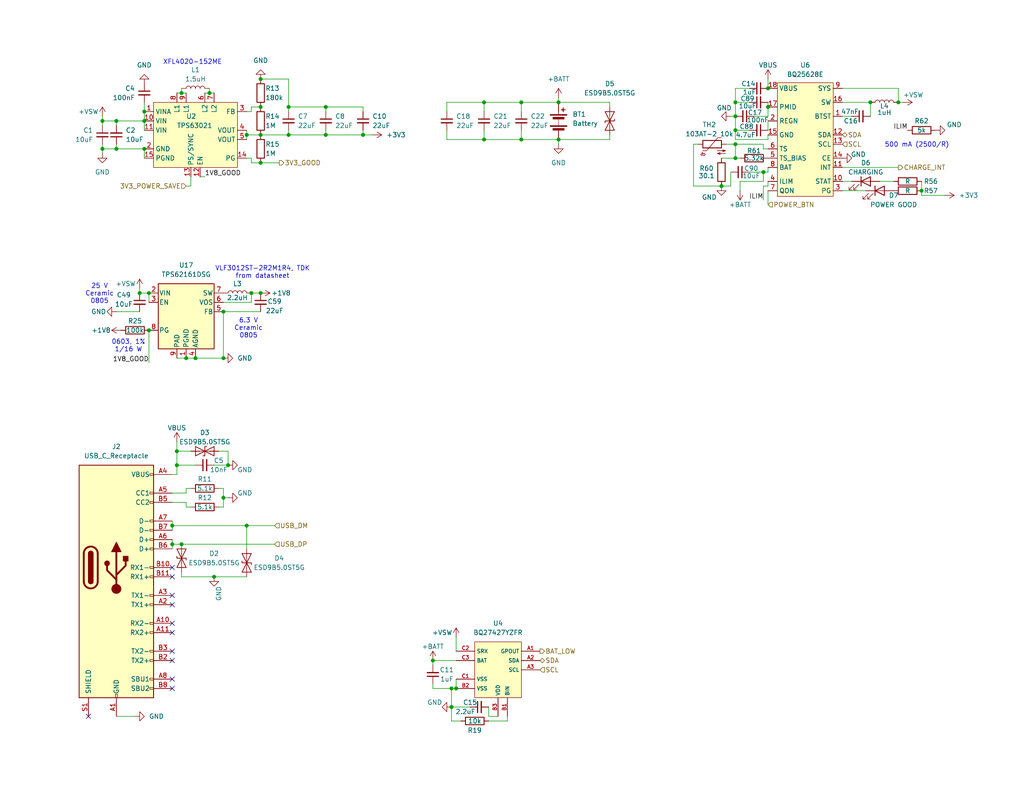
<source format=kicad_sch>
(kicad_sch (version 20250114) (generator "eeschema") (generator_version "9.0")
  (paper "USLetter")
  (lib_symbols
    (symbol "Connector:USB_C_Receptacle" (pin_names (offset 1.016))
      (property "Reference" "J4" (at 0 33.02 0))
      (property "Value" "USB_C_Receptacle" (at 0 30.48 0))
      (symbol "USB_C_Receptacle_0_0"
        (rectangle (start -0.254 -35.56) (end 0.254 -34.544))
        (rectangle (start 10.16 25.654) (end 9.144 25.146))
        (rectangle (start 10.16 20.574) (end 9.144 20.066))
        (rectangle (start 10.16 18.034) (end 9.144 17.526))
        (rectangle (start 10.16 12.954) (end 9.144 12.446))
        (rectangle (start 10.16 10.414) (end 9.144 9.906))
        (rectangle (start 10.16 7.874) (end 9.144 7.366))
        (rectangle (start 10.16 5.334) (end 9.144 4.826))
        (rectangle (start 10.16 0.254) (end 9.144 -0.254))
        (rectangle (start 10.16 -2.286) (end 9.144 -2.794))
        (rectangle (start 10.16 -7.366) (end 9.144 -7.874))
        (rectangle (start 10.16 -9.906) (end 9.144 -10.414))
        (rectangle (start 10.16 -14.986) (end 9.144 -15.494))
        (rectangle (start 10.16 -17.526) (end 9.144 -18.034))
        (rectangle (start 10.16 -22.606) (end 9.144 -23.114))
        (rectangle (start 10.16 -25.146) (end 9.144 -25.654))
        (rectangle (start 10.16 -30.226) (end 9.144 -30.734))
        (rectangle (start 10.16 -32.766) (end 9.144 -33.274))
      )
      (symbol "USB_C_Receptacle_0_1"
        (rectangle (start -10.16 27.94) (end 10.16 -35.56) (stroke (width 0.254)) (fill (type background)))
        (polyline (pts (xy -8.89 -3.81) (xy -8.89 3.81)) (stroke (width 0.508)))
        (rectangle (start -7.62 -3.81) (end -6.35 3.81) (stroke (width 0.254)) (fill (type outline)))
        (arc (start -7.62 3.81) (mid -6.985 4.4423) (end -6.35 3.81) (stroke (width 0.254)))
        (arc (start -7.62 3.81) (mid -6.985 4.4423) (end -6.35 3.81) (stroke (width 0.254)) (fill (type outline)))
        (arc (start -8.89 3.81) (mid -6.985 5.7067) (end -5.08 3.81) (stroke (width 0.508)))
        (arc (start -5.08 -3.81) (mid -6.985 -5.7067) (end -8.89 -3.81) (stroke (width 0.508)))
        (arc (start -6.35 -3.81) (mid -6.985 -4.4423) (end -7.62 -3.81) (stroke (width 0.254)))
        (arc (start -6.35 -3.81) (mid -6.985 -4.4423) (end -7.62 -3.81) (stroke (width 0.254)) (fill (type outline)))
        (polyline (pts (xy -5.08 3.81) (xy -5.08 -3.81)) (stroke (width 0.508)))
      )
      (symbol "USB_C_Receptacle_1_1"
        (circle (center -2.54 1.143) (radius 0.635) (stroke (width 0.254)) (fill (type outline)))
        (polyline (pts (xy -1.27 4.318) (xy 0 6.858) (xy 1.27 4.318) (xy -1.27 4.318)) (stroke (width 0.254)) (fill (type outline)))
        (polyline (pts (xy 0 -2.032) (xy 2.54 0.508) (xy 2.54 1.778)) (stroke (width 0.508)))
        (polyline (pts (xy 0 -3.302) (xy -2.54 -0.762) (xy -2.54 0.508)) (stroke (width 0.508)))
        (polyline (pts (xy 0 -5.842) (xy 0 4.318)) (stroke (width 0.508)))
        (circle (center 0 -5.842) (radius 1.27) (fill (type outline)))
        (rectangle (start 1.905 1.778) (end 3.175 3.048) (stroke (width 0.254)) (fill (type outline)))
        (pin passive line (at -7.62 -40.64 90) (length 5.08) (name "SHIELD") (number "S1"))
        (pin passive line (at 0 -40.64 90) (length 5.08) (name "GND") (number "A1"))
        (pin passive line (at 0 -40.64 90) (length 5.08) (hide yes) (name "GND") (number "A12"))
        (pin passive line (at 0 -40.64 90) (length 5.08) (hide yes) (name "GND") (number "B1"))
        (pin passive line (at 0 -40.64 90) (length 5.08) (hide yes) (name "GND") (number "B12"))
        (pin passive line (at 15.24 25.4 180) (length 5.08) (name "VBUS") (number "A4"))
        (pin passive line (at 15.24 25.4 180) (length 5.08) (hide yes) (name "VBUS") (number "A9"))
        (pin passive line (at 15.24 25.4 180) (length 5.08) (hide yes) (name "VBUS") (number "B4"))
        (pin passive line (at 15.24 25.4 180) (length 5.08) (hide yes) (name "VBUS") (number "B9"))
        (pin bidirectional line (at 15.24 20.32 180) (length 5.08) (name "CC1") (number "A5"))
        (pin bidirectional line (at 15.24 17.78 180) (length 5.08) (name "CC2") (number "B5"))
        (pin bidirectional line (at 15.24 12.7 180) (length 5.08) (name "D-") (number "A7"))
        (pin bidirectional line (at 15.24 10.16 180) (length 5.08) (name "D-") (number "B7"))
        (pin bidirectional line (at 15.24 7.62 180) (length 5.08) (name "D+") (number "A6"))
        (pin bidirectional line (at 15.24 5.08 180) (length 5.08) (name "D+") (number "B6"))
        (pin bidirectional line (at 15.24 0 180) (length 5.08) (name "RX1-") (number "B10"))
        (pin bidirectional line (at 15.24 -2.54 180) (length 5.08) (name "RX1+") (number "B11"))
        (pin bidirectional line (at 15.24 -7.62 180) (length 5.08) (name "TX1-") (number "A3"))
        (pin bidirectional line (at 15.24 -10.16 180) (length 5.08) (name "TX1+") (number "A2"))
        (pin bidirectional line (at 15.24 -15.24 180) (length 5.08) (name "RX2-") (number "A10"))
        (pin bidirectional line (at 15.24 -17.78 180) (length 5.08) (name "RX2+") (number "A11"))
        (pin bidirectional line (at 15.24 -22.86 180) (length 5.08) (name "TX2-") (number "B3"))
        (pin bidirectional line (at 15.24 -25.4 180) (length 5.08) (name "TX2+") (number "B2"))
        (pin bidirectional line (at 15.24 -30.48 180) (length 5.08) (name "SBU1") (number "A8"))
        (pin bidirectional line (at 15.24 -33.02 180) (length 5.08) (name "SBU2") (number "B8"))
      )
    )
    (symbol "Device:Battery" (pin_numbers (hide yes)) (pin_names (offset 0) (hide yes))
      (property "Reference" "BT" (at 2.54 2.54 0))
      (property "Value" "Battery" (at 2.54 0 0))
      (symbol "Battery_0_1"
        (rectangle (start -2.286 1.778) (end 2.286 1.524) (fill (type outline)))
        (rectangle (start -2.286 -1.27) (end 2.286 -1.524) (fill (type outline)))
        (rectangle (start -1.524 1.016) (end 1.524 0.508) (fill (type outline)))
        (rectangle (start -1.524 -2.032) (end 1.524 -2.54) (fill (type outline)))
        (polyline (pts (xy 0 1.778) (xy 0 2.54)))
        (polyline (pts (xy 0 0) (xy 0 0.254)))
        (polyline (pts (xy 0 -0.508) (xy 0 -0.254)))
        (polyline (pts (xy 0 -1.016) (xy 0 -0.762)))
        (polyline (pts (xy 0.762 3.048) (xy 1.778 3.048)) (stroke (width 0.254)))
        (polyline (pts (xy 1.27 3.556) (xy 1.27 2.54)) (stroke (width 0.254)))
      )
      (symbol "Battery_1_1"
        (pin passive line (at 0 5.08 270) (length 2.54) (name "+") (number "1"))
        (pin passive line (at 0 -5.08 90) (length 2.54) (name "-") (number "2"))
      )
    )
    (symbol "Device:C_Small" (pin_numbers (hide yes)) (pin_names (offset 0.254) (hide yes))
      (property "Reference" "C" (at 0.254 1.778 0))
      (property "Value" "C_Small" (at 0.254 -2.032 0))
      (symbol "C_Small_0_1"
        (polyline (pts (xy -1.524 0.508) (xy 1.524 0.508)) (stroke (width 0.3048)))
        (polyline (pts (xy -1.524 -0.508) (xy 1.524 -0.508)) (stroke (width 0.3302)))
      )
      (symbol "C_Small_1_1"
        (pin passive line (at 0 2.54 270) (length 2.032) (name "~") (number "1"))
        (pin passive line (at 0 -2.54 90) (length 2.032) (name "~") (number "2"))
      )
    )
    (symbol "Device:L" (pin_numbers (hide yes)) (pin_names (offset 1.016) (hide yes))
      (property "Reference" "L" (at -1.27 0 90))
      (property "Value" "L" (at 1.905 0 90))
      (symbol "L_0_1"
        (arc (start 0 2.54) (mid 0.6323 1.905) (end 0 1.27))
        (arc (start 0 1.27) (mid 0.6323 0.635) (end 0 0))
        (arc (start 0 0) (mid 0.6323 -0.635) (end 0 -1.27))
        (arc (start 0 -1.27) (mid 0.6323 -1.905) (end 0 -2.54))
      )
      (symbol "L_1_1"
        (pin passive line (at 0 3.81 270) (length 1.27) (name "1") (number "1"))
        (pin passive line (at 0 -3.81 90) (length 1.27) (name "2") (number "2"))
      )
    )
    (symbol "Device:LED" (pin_numbers (hide yes)) (pin_names (offset 1.016) (hide yes))
      (property "Reference" "D" (at 0 2.54 0))
      (property "Value" "LED" (at 0 -2.54 0))
      (symbol "LED_0_1"
        (polyline (pts (xy -3.048 -0.762) (xy -4.572 -2.286) (xy -3.81 -2.286) (xy -4.572 -2.286) (xy -4.572 -1.524)))
        (polyline (pts (xy -1.778 -0.762) (xy -3.302 -2.286) (xy -2.54 -2.286) (xy -3.302 -2.286) (xy -3.302 -1.524)))
        (polyline (pts (xy -1.27 0) (xy 1.27 0)))
        (polyline (pts (xy -1.27 -1.27) (xy -1.27 1.27)) (stroke (width 0.254)))
        (polyline (pts (xy 1.27 -1.27) (xy 1.27 1.27) (xy -1.27 0) (xy 1.27 -1.27)) (stroke (width 0.254)))
      )
      (symbol "LED_1_1"
        (pin passive line (at -3.81 0 0) (length 2.54) (name "K") (number "1"))
        (pin passive line (at 3.81 0 180) (length 2.54) (name "A") (number "2"))
      )
    )
    (symbol "Device:R" (pin_numbers (hide yes)) (pin_names (offset 0))
      (property "Reference" "R" (at 2.032 0 90))
      (property "Value" "R" (at 0 0 90))
      (symbol "R_0_1"
        (rectangle (start -1.016 -2.54) (end 1.016 2.54) (stroke (width 0.254)))
      )
      (symbol "R_1_1"
        (pin passive line (at 0 3.81 270) (length 1.27) (name "~") (number "1"))
        (pin passive line (at 0 -3.81 90) (length 1.27) (name "~") (number "2"))
      )
    )
    (symbol "Device:Thermistor_NTC" (pin_numbers (hide yes)) (pin_names (offset 0))
      (property "Reference" "TH" (at -4.445 0 90))
      (property "Value" "Thermistor_NTC" (at 3.175 0 90))
      (symbol "Thermistor_NTC_0_1"
        (arc (start -3.175 2.413) (mid -3.0506 2.3165) (end -3.048 2.159))
        (arc (start -3.048 2.794) (mid -2.9736 2.9736) (end -2.794 3.048))
        (arc (start -2.794 3.048) (mid -2.6144 2.9736) (end -2.54 2.794))
        (arc (start -2.794 2.54) (mid -2.9736 2.6144) (end -3.048 2.794))
        (arc (start -2.794 1.905) (mid -2.9736 1.9794) (end -3.048 2.159))
        (arc (start -2.54 2.159) (mid -2.6144 1.9794) (end -2.794 1.905))
        (arc (start -2.159 2.794) (mid -2.434 2.5608) (end -2.794 2.54))
        (polyline (pts (xy -2.54 2.159) (xy -2.54 2.794)))
        (polyline (pts (xy -2.54 -3.683) (xy -2.54 -1.397) (xy -2.794 -2.159) (xy -2.286 -2.159) (xy -2.54 -1.397) (xy -2.54 -1.651)) (fill (type outline)))
        (polyline (pts (xy -1.778 2.54) (xy -1.778 1.524) (xy 1.778 -1.524) (xy 1.778 -2.54)))
        (polyline (pts (xy -1.778 -1.397) (xy -1.778 -3.683) (xy -2.032 -2.921) (xy -1.524 -2.921) (xy -1.778 -3.683) (xy -1.778 -3.429)) (fill (type outline)))
        (rectangle (start -1.016 2.54) (end 1.016 -2.54) (stroke (width 0.254)))
      )
      (symbol "Thermistor_NTC_1_1"
        (pin passive line (at 0 3.81 270) (length 1.27) (name "~") (number "1"))
        (pin passive line (at 0 -3.81 90) (length 1.27) (name "~") (number "2"))
      )
    )
    (symbol "Diode:ESD9B5.0ST5G" (pin_numbers (hide yes)) (pin_names (offset 1.016) (hide yes))
      (property "Reference" "D" (at 0 2.54 0))
      (property "Value" "ESD9B5.0ST5G" (at 0 -2.54 0))
      (symbol "ESD9B5.0ST5G_0_1"
        (polyline (pts (xy -2.54 -1.27) (xy 0 0) (xy -2.54 1.27) (xy -2.54 -1.27)) (stroke (width 0.2032)))
        (polyline (pts (xy 0.508 1.27) (xy 0 1.27) (xy 0 -1.27) (xy -0.508 -1.27)) (stroke (width 0.2032)))
        (polyline (pts (xy 1.27 0) (xy -1.27 0)))
        (polyline (pts (xy 2.54 1.27) (xy 2.54 -1.27) (xy 0 0) (xy 2.54 1.27)) (stroke (width 0.2032)))
      )
      (symbol "ESD9B5.0ST5G_1_1"
        (pin passive line (at -3.81 0 0) (length 2.54) (name "A1") (number "1"))
        (pin passive line (at 3.81 0 180) (length 2.54) (name "A2") (number "2"))
      )
    )
    (symbol "Regulator_Switching:TPS62161DSG" (pin_names (offset 0.254))
      (property "Reference" "U" (at -7.62 11.43 0))
      (property "Value" "TPS62161DSG" (at -1.27 11.43 0))
      (symbol "TPS62161DSG_0_1"
        (rectangle (start -7.62 10.16) (end 7.62 -7.62) (stroke (width 0.254)) (fill (type background)))
      )
      (symbol "TPS62161DSG_1_1"
        (pin power_in line (at -10.16 7.62 0) (length 2.54) (name "VIN") (number "2"))
        (pin input line (at -10.16 5.08 0) (length 2.54) (name "EN") (number "3"))
        (pin open_collector line (at -10.16 -2.54 0) (length 2.54) (name "PG") (number "8"))
        (pin power_in line (at -2.54 -10.16 90) (length 2.54) (name "PAD") (number "9"))
        (pin power_in line (at 0 -10.16 90) (length 2.54) (name "PGND") (number "1"))
        (pin power_in line (at 2.54 -10.16 90) (length 2.54) (name "AGND") (number "4"))
        (pin output line (at 10.16 7.62 180) (length 2.54) (name "SW") (number "7"))
        (pin input line (at 10.16 5.08 180) (length 2.54) (name "VOS") (number "6"))
        (pin input line (at 10.16 2.54 180) (length 2.54) (name "FB") (number "5"))
      )
    )
    (symbol "custom-lib:BQ25628E"
      (property "Reference" "U" (at 0 15.748 0))
      (property "Value" "BQ25628E" (at -3.81 11.43 0))
      (symbol "BQ25628E_1_1"
        (rectangle (start -7.62 15.494) (end 7.62 -15.494) (fill (type background)))
        (pin power_in line (at -10.16 13.97 0) (length 2.54) (name "VBUS") (number "18"))
        (pin power_out line (at -10.16 8.89 0) (length 2.54) (name "PMID") (number "17"))
        (pin power_out line (at -10.16 5.08 0) (length 2.54) (name "REGN") (number "2"))
        (pin power_out line (at -10.16 1.27 0) (length 2.54) (name "GND") (number "15"))
        (pin input line (at -10.16 -2.54 0) (length 2.54) (name "TS") (number "6"))
        (pin bidirectional line (at -10.16 -5.08 0) (length 2.54) (name "TS_BIAS") (number "5"))
        (pin power_out line (at -10.16 -7.62 0) (length 2.54) (name "BAT") (number "8"))
        (pin bidirectional line (at -10.16 -11.43 0) (length 2.54) (name "ILIM") (number "4"))
        (pin input line (at -10.16 -13.97 0) (length 2.54) (name "QON") (number "7"))
        (pin power_out line (at 10.16 13.97 180) (length 2.54) (name "SYS") (number "9"))
        (pin power_out line (at 10.16 10.16 180) (length 2.54) (name "SW") (number "16"))
        (pin power_in line (at 10.16 6.35 180) (length 2.54) (name "BTST") (number "1"))
        (pin bidirectional line (at 10.16 1.27 180) (length 2.54) (name "SDA") (number "12"))
        (pin input line (at 10.16 -1.27 180) (length 2.54) (name "SCL") (number "13"))
        (pin input line (at 10.16 -5.08 180) (length 2.54) (name "CE") (number "14"))
        (pin output line (at 10.16 -7.62 180) (length 2.54) (name "INT") (number "11"))
        (pin output line (at 10.16 -11.43 180) (length 2.54) (name "STAT") (number "10"))
        (pin output line (at 10.16 -13.97 180) (length 2.54) (name "PG") (number "3"))
      )
    )
    (symbol "custom-lib:BQ27427YZFR"
      (property "Reference" "U" (at 0 11.43 0))
      (property "Value" "BQ27427YZFR" (at 0 8.89 0))
      (symbol "BQ27427YZFR_0_0"
        (pin input line (at -11.43 5.08 0) (length 5.08) (name "SRX") (number "C2"))
        (pin input line (at -11.43 2.54 0) (length 5.08) (name "BAT") (number "C3"))
        (pin power_in line (at -11.43 -5.08 0) (length 5.08) (name "VSS") (number "B2"))
        (pin input line (at 2.54 -12.7 90) (length 5.08) (name "BIN") (number "B1"))
        (pin output line (at 11.43 5.08 180) (length 5.08) (name "GPOUT") (number "A1"))
        (pin bidirectional line (at 11.43 2.54 180) (length 5.08) (name "SDA") (number "A2"))
      )
      (symbol "BQ27427YZFR_1_0"
        (pin power_in line (at -11.43 -2.54 0) (length 5.08) (name "VSS") (number "C1"))
        (pin power_out line (at 0 -12.7 90) (length 5.08) (name "VDD") (number "B3"))
        (pin input line (at 11.43 0 180) (length 5.08) (name "SCL") (number "A3"))
      )
      (symbol "BQ27427YZFR_1_1"
        (rectangle (start -6.35 7.62) (end 6.35 -7.62) (fill (type background)))
      )
    )
    (symbol "custom-lib:TPS63021"
      (property "Reference" "U" (at 0 5.08 0))
      (property "Value" "TPS63021" (at 0 2.54 0))
      (symbol "TPS63021_1_1"
        (rectangle (start -11.43 8.89) (end 11.43 -8.89) (fill (type background)))
        (pin power_in line (at -13.97 6.35 0) (length 2.54) (name "VINA") (number "1"))
        (pin power_in line (at -13.97 3.81 0) (length 2.54) (name "VIN") (number "10"))
        (pin power_in line (at -13.97 1.27 0) (length 2.54) (name "VIN") (number "11"))
        (pin power_in line (at -13.97 -3.81 0) (length 2.54) (name "GND") (number "2"))
        (pin power_in line (at -13.97 -6.35 0) (length 2.54) (name "PGND") (number "15"))
        (pin passive line (at -5.08 11.43 270) (length 2.54) (name "L1") (number "8"))
        (pin passive line (at -2.54 11.43 270) (length 2.54) (name "L1") (number "9"))
        (pin input line (at -1.27 -11.43 90) (length 2.54) (name "PS/SYNC") (number "13"))
        (pin input line (at 1.27 -11.43 90) (length 2.54) (name "EN") (number "12"))
        (pin passive line (at 2.54 11.43 270) (length 2.54) (name "L2") (number "6"))
        (pin passive line (at 5.08 11.43 270) (length 2.54) (name "L2") (number "7"))
        (pin power_in line (at 13.97 6.35 180) (length 2.54) (name "FB") (number "3"))
        (pin power_out line (at 13.97 1.27 180) (length 2.54) (name "VOUT") (number "4"))
        (pin power_out line (at 13.97 -1.27 180) (length 2.54) (name "VOUT") (number "5"))
        (pin output line (at 13.97 -6.35 180) (length 2.54) (name "PG") (number "14"))
      )
    )
    (symbol "power:+1V8" (power) (pin_names (offset 0))
      (property "Value" "+1V8" (at 0 3.556 0))
      (symbol "+1V8_0_1"
        (polyline (pts (xy -0.762 1.27) (xy 0 2.54)))
        (polyline (pts (xy 0 2.54) (xy 0.762 1.27)))
        (polyline (pts (xy 0 0) (xy 0 2.54)))
      )
      (symbol "+1V8_1_1"
        (pin power_in line (at 0 0 90) (length 0) (hide yes) (name "+1V8") (number "1"))
      )
    )
    (symbol "power:+3V3" (power) (pin_names (offset 0))
      (property "Value" "+3V3" (at 0 3.556 0))
      (symbol "+3V3_0_1"
        (polyline (pts (xy -0.762 1.27) (xy 0 2.54)))
        (polyline (pts (xy 0 2.54) (xy 0.762 1.27)))
        (polyline (pts (xy 0 0) (xy 0 2.54)))
      )
      (symbol "+3V3_1_1"
        (pin power_in line (at 0 0 90) (length 0) (hide yes) (name "+3V3") (number "1"))
      )
    )
    (symbol "power:+BATT" (power) (pin_names (offset 0))
      (property "Value" "+BATT" (at 0 3.556 0))
      (symbol "+BATT_0_1"
        (polyline (pts (xy -0.762 1.27) (xy 0 2.54)))
        (polyline (pts (xy 0 2.54) (xy 0.762 1.27)))
        (polyline (pts (xy 0 0) (xy 0 2.54)))
      )
      (symbol "+BATT_1_1"
        (pin power_in line (at 0 0 90) (length 0) (hide yes) (name "+BATT") (number "1"))
      )
    )
    (symbol "power:+VSW" (power) (pin_names (offset 0))
      (property "Value" "+VSW" (at 0 3.556 0))
      (symbol "+VSW_0_1"
        (polyline (pts (xy -0.762 1.27) (xy 0 2.54)))
        (polyline (pts (xy 0 2.54) (xy 0.762 1.27)))
        (polyline (pts (xy 0 0) (xy 0 2.54)))
      )
      (symbol "+VSW_1_1"
        (pin power_in line (at 0 0 90) (length 0) (hide yes) (name "+VSW") (number "1"))
      )
    )
    (symbol "power:GND" (power) (pin_names (offset 0))
      (property "Value" "GND" (at 0 -3.81 0))
      (symbol "GND_0_1"
        (polyline (pts (xy 0 0) (xy 0 -1.27) (xy 1.27 -1.27) (xy 0 -2.54) (xy -1.27 -1.27) (xy 0 -1.27)))
      )
      (symbol "GND_1_1"
        (pin power_in line (at 0 0 270) (length 0) (hide yes) (name "GND") (number "1"))
      )
    )
    (symbol "power:VBUS" (power) (pin_names (offset 0))
      (property "Value" "VBUS" (at 0 3.81 0))
      (symbol "VBUS_0_1"
        (polyline (pts (xy -0.762 1.27) (xy 0 2.54)))
        (polyline (pts (xy 0 2.54) (xy 0.762 1.27)))
        (polyline (pts (xy 0 0) (xy 0 2.54)))
      )
      (symbol "VBUS_1_1"
        (pin power_in line (at 0 0 90) (length 0) (hide yes) (name "VBUS") (number "1"))
      )
    )
  )
  (text "25 V\nCeramic\n0805" (at 27.178 80.264 0) (effects (font (size 1.27 1.27))))
  (text "500 mA (2500/R)" (at 250.19 39.624 0) (effects (font (size 1.27 1.27))))
  (text "6.3 V\nCeramic\n0805" (at 67.818 89.662 0) (effects (font (size 1.27 1.27))))
  (text "0603, 1%\n1/16 W" (at 35.052 94.488 0) (effects (font (size 1.27 1.27))))
  (text "VLF3012ST-2R2M1R4, TDK\nfrom datasheet" (at 71.628 74.422 0) (effects (font (size 1.27 1.27))))
  (text "XFL4020-152ME" (at 44.45 17.78 0) (effects (font (size 1.27 1.27)) (justify left bottom)))
  (junction (at 196.85 50.8))
  (junction (at 60.96 85.09))
  (junction (at 46.99 143.51))
  (junction (at 208.28 46.99))
  (junction (at 152.4 27.94))
  (junction (at 40.64 90.17))
  (junction (at 200.66 31.75))
  (junction (at 237.49 27.94))
  (junction (at 58.42 157.48))
  (junction (at 67.31 143.51))
  (junction (at 39.37 33.02))
  (junction (at 60.96 135.89))
  (junction (at 60.96 97.79))
  (junction (at 132.08 27.94))
  (junction (at 124.46 187.96))
  (junction (at 118.11 180.34))
  (junction (at 209.55 24.13))
  (junction (at 71.12 29.21))
  (junction (at 88.9 36.83))
  (junction (at 62.23 127))
  (junction (at 123.19 187.96))
  (junction (at 67.31 36.83))
  (junction (at 49.53 148.59))
  (junction (at 245.11 27.94))
  (junction (at 53.34 97.79))
  (junction (at 57.15 25.4))
  (junction (at 68.58 80.01))
  (junction (at 27.94 40.64))
  (junction (at 38.1 80.01))
  (junction (at 200.66 27.94))
  (junction (at 31.75 33.02))
  (junction (at 50.8 97.79))
  (junction (at 142.24 38.1))
  (junction (at 152.4 38.1))
  (junction (at 251.46 52.07))
  (junction (at 71.12 80.01))
  (junction (at 200.66 39.37))
  (junction (at 200.66 35.56))
  (junction (at 132.08 38.1))
  (junction (at 40.64 80.01))
  (junction (at 71.12 44.45))
  (junction (at 123.19 193.04))
  (junction (at 27.94 33.02))
  (junction (at 48.26 127))
  (junction (at 78.74 29.21))
  (junction (at 39.37 30.48))
  (junction (at 209.55 29.21))
  (junction (at 142.24 27.94))
  (junction (at 31.75 40.64))
  (junction (at 71.12 21.59))
  (junction (at 88.9 29.21))
  (junction (at 49.53 25.4))
  (junction (at 48.26 123.19))
  (junction (at 200.66 43.18))
  (junction (at 78.74 36.83))
  (junction (at 46.99 148.59))
  (junction (at 39.37 40.64))
  (junction (at 99.06 36.83))
  (junction (at 71.12 36.83))
  (no_connect (at 46.99 187.96))
  (no_connect (at 46.99 170.18))
  (no_connect (at 46.99 157.48))
  (no_connect (at 46.99 154.94))
  (no_connect (at 46.99 172.72))
  (no_connect (at 46.99 165.1))
  (no_connect (at 24.13 195.58))
  (no_connect (at 46.99 162.56))
  (no_connect (at 46.99 185.42))
  (no_connect (at 46.99 177.8))
  (no_connect (at 46.99 180.34))
  (wire (pts (xy 39.37 40.64) (xy 39.37 43.18)))
  (wire (pts (xy 251.46 49.53) (xy 251.46 52.07)))
  (wire (pts (xy 46.99 142.24) (xy 46.99 143.51)))
  (wire (pts (xy 68.58 29.21) (xy 71.12 29.21)))
  (wire (pts (xy 166.37 27.94) (xy 166.37 29.21)))
  (wire (pts (xy 118.11 186.69) (xy 118.11 187.96)))
  (wire (pts (xy 67.31 36.83) (xy 71.12 36.83)))
  (wire (pts (xy 124.46 173.99) (xy 124.46 177.8)))
  (wire (pts (xy 200.66 38.1) (xy 200.66 35.56)))
  (wire (pts (xy 27.94 33.02) (xy 31.75 33.02)))
  (wire (pts (xy 132.08 38.1) (xy 142.24 38.1)))
  (wire (pts (xy 209.55 38.1) (xy 200.66 38.1)))
  (wire (pts (xy 88.9 29.21) (xy 88.9 30.48)))
  (wire (pts (xy 48.26 123.19) (xy 52.07 123.19)))
  (wire (pts (xy 204.47 46.99) (xy 208.28 46.99)))
  (wire (pts (xy 78.74 29.21) (xy 88.9 29.21)))
  (wire (pts (xy 27.94 31.75) (xy 27.94 33.02)))
  (wire (pts (xy 152.4 38.1) (xy 142.24 38.1)))
  (wire (pts (xy 49.53 148.59) (xy 74.93 148.59)))
  (wire (pts (xy 152.4 26.67) (xy 152.4 27.94)))
  (wire (pts (xy 121.92 35.56) (xy 121.92 38.1)))
  (wire (pts (xy 132.08 35.56) (xy 132.08 38.1)))
  (wire (pts (xy 38.1 80.01) (xy 40.64 80.01)))
  (wire (pts (xy 123.19 193.04) (xy 123.19 187.96)))
  (wire (pts (xy 240.03 49.53) (xy 243.84 49.53)))
  (wire (pts (xy 209.55 21.59) (xy 209.55 24.13)))
  (wire (pts (xy 166.37 36.83) (xy 166.37 38.1)))
  (wire (pts (xy 232.41 31.75) (xy 229.87 31.75)))
  (wire (pts (xy 88.9 36.83) (xy 78.74 36.83)))
  (wire (pts (xy 209.55 27.94) (xy 209.55 29.21)))
  (wire (pts (xy 209.55 50.8) (xy 208.28 50.8)))
  (wire (pts (xy 125.73 196.85) (xy 123.19 196.85)))
  (wire (pts (xy 189.23 50.8) (xy 196.85 50.8)))
  (wire (pts (xy 67.31 30.48) (xy 68.58 30.48)))
  (wire (pts (xy 132.08 27.94) (xy 132.08 30.48)))
  (wire (pts (xy 67.31 36.83) (xy 67.31 38.1)))
  (wire (pts (xy 50.8 134.62) (xy 46.99 134.62)))
  (wire (pts (xy 48.26 127) (xy 53.34 127)))
  (wire (pts (xy 251.46 53.34) (xy 257.81 53.34)))
  (wire (pts (xy 78.74 30.48) (xy 78.74 29.21)))
  (wire (pts (xy 48.26 120.65) (xy 48.26 123.19)))
  (wire (pts (xy 48.26 123.19) (xy 48.26 127)))
  (wire (pts (xy 209.55 46.99) (xy 209.55 45.72)))
  (wire (pts (xy 237.49 31.75) (xy 237.49 27.94)))
  (wire (pts (xy 132.08 27.94) (xy 121.92 27.94)))
  (wire (pts (xy 229.87 49.53) (xy 232.41 49.53)))
  (wire (pts (xy 52.07 133.35) (xy 50.8 133.35)))
  (wire (pts (xy 152.4 39.37) (xy 152.4 38.1)))
  (wire (pts (xy 138.43 196.85) (xy 138.43 195.58)))
  (wire (pts (xy 209.55 31.75) (xy 209.55 29.21)))
  (wire (pts (xy 68.58 43.18) (xy 68.58 44.45)))
  (wire (pts (xy 27.94 40.64) (xy 27.94 39.37)))
  (wire (pts (xy 67.31 43.18) (xy 68.58 43.18)))
  (wire (pts (xy 118.11 181.61) (xy 118.11 180.34)))
  (wire (pts (xy 50.8 97.79) (xy 48.26 97.79)))
  (wire (pts (xy 52.07 50.8) (xy 52.07 48.26)))
  (wire (pts (xy 62.23 127) (xy 58.42 127)))
  (wire (pts (xy 200.66 27.94) (xy 204.47 27.94)))
  (wire (pts (xy 31.75 33.02) (xy 31.75 34.29)))
  (wire (pts (xy 71.12 21.59) (xy 78.74 21.59)))
  (wire (pts (xy 39.37 27.94) (xy 39.37 30.48)))
  (wire (pts (xy 205.74 31.75) (xy 209.55 31.75)))
  (wire (pts (xy 152.4 27.94) (xy 166.37 27.94)))
  (wire (pts (xy 49.53 157.48) (xy 49.53 156.21)))
  (wire (pts (xy 31.75 39.37) (xy 31.75 40.64)))
  (wire (pts (xy 46.99 148.59) (xy 46.99 149.86)))
  (wire (pts (xy 121.92 27.94) (xy 121.92 30.48)))
  (wire (pts (xy 49.53 24.13) (xy 49.53 25.4)))
  (wire (pts (xy 59.69 123.19) (xy 62.23 123.19)))
  (wire (pts (xy 55.88 48.26) (xy 54.61 48.26)))
  (wire (pts (xy 57.15 25.4) (xy 58.42 25.4)))
  (wire (pts (xy 200.66 27.94) (xy 200.66 31.75)))
  (wire (pts (xy 208.28 46.99) (xy 209.55 46.99)))
  (wire (pts (xy 142.24 27.94) (xy 132.08 27.94)))
  (wire (pts (xy 39.37 33.02) (xy 39.37 35.56)))
  (wire (pts (xy 50.8 138.43) (xy 50.8 137.16)))
  (wire (pts (xy 49.53 157.48) (xy 58.42 157.48)))
  (wire (pts (xy 166.37 38.1) (xy 152.4 38.1)))
  (wire (pts (xy 39.37 40.64) (xy 31.75 40.64)))
  (wire (pts (xy 198.12 39.37) (xy 200.66 39.37)))
  (wire (pts (xy 99.06 36.83) (xy 88.9 36.83)))
  (wire (pts (xy 62.23 135.89) (xy 60.96 135.89)))
  (wire (pts (xy 50.8 133.35) (xy 50.8 134.62)))
  (wire (pts (xy 246.38 27.94) (xy 245.11 27.94)))
  (wire (pts (xy 49.53 25.4) (xy 50.8 25.4)))
  (wire (pts (xy 204.47 24.13) (xy 200.66 24.13)))
  (wire (pts (xy 123.19 193.04) (xy 128.27 193.04)))
  (wire (pts (xy 245.11 24.13) (xy 245.11 27.94)))
  (wire (pts (xy 68.58 82.55) (xy 68.58 80.01)))
  (wire (pts (xy 209.55 52.07) (xy 209.55 55.88)))
  (wire (pts (xy 48.26 129.54) (xy 46.99 129.54)))
  (wire (pts (xy 48.26 25.4) (xy 49.53 25.4)))
  (wire (pts (xy 60.96 82.55) (xy 68.58 82.55)))
  (wire (pts (xy 200.66 35.56) (xy 204.47 35.56)))
  (wire (pts (xy 133.35 196.85) (xy 138.43 196.85)))
  (wire (pts (xy 208.28 49.53) (xy 201.93 49.53)))
  (wire (pts (xy 68.58 44.45) (xy 71.12 44.45)))
  (wire (pts (xy 118.11 187.96) (xy 123.19 187.96)))
  (wire (pts (xy 99.06 35.56) (xy 99.06 36.83)))
  (wire (pts (xy 38.1 78.74) (xy 38.1 80.01)))
  (wire (pts (xy 118.11 180.34) (xy 124.46 180.34)))
  (wire (pts (xy 133.35 193.04) (xy 133.35 195.58)))
  (wire (pts (xy 209.55 38.1) (xy 209.55 36.83)))
  (wire (pts (xy 142.24 27.94) (xy 142.24 30.48)))
  (wire (pts (xy 101.6 36.83) (xy 99.06 36.83)))
  (wire (pts (xy 196.85 50.8) (xy 199.39 50.8)))
  (wire (pts (xy 60.96 85.09) (xy 71.12 85.09)))
  (wire (pts (xy 200.66 24.13) (xy 200.66 27.94)))
  (wire (pts (xy 189.23 39.37) (xy 189.23 50.8)))
  (wire (pts (xy 237.49 27.94) (xy 229.87 27.94)))
  (wire (pts (xy 200.66 39.37) (xy 208.28 39.37)))
  (wire (pts (xy 199.39 31.75) (xy 200.66 31.75)))
  (wire (pts (xy 31.75 33.02) (xy 39.37 33.02)))
  (wire (pts (xy 121.92 38.1) (xy 132.08 38.1)))
  (wire (pts (xy 123.19 196.85) (xy 123.19 193.04)))
  (wire (pts (xy 88.9 35.56) (xy 88.9 36.83)))
  (wire (pts (xy 123.19 187.96) (xy 124.46 187.96)))
  (wire (pts (xy 46.99 143.51) (xy 46.99 144.78)))
  (wire (pts (xy 99.06 29.21) (xy 99.06 30.48)))
  (wire (pts (xy 55.88 25.4) (xy 57.15 25.4)))
  (wire (pts (xy 201.93 49.53) (xy 201.93 52.07)))
  (wire (pts (xy 57.15 24.13) (xy 57.15 25.4)))
  (wire (pts (xy 229.87 24.13) (xy 245.11 24.13)))
  (wire (pts (xy 40.64 80.01) (xy 40.64 82.55)))
  (wire (pts (xy 68.58 80.01) (xy 71.12 80.01)))
  (wire (pts (xy 209.55 35.56) (xy 209.55 33.02)))
  (wire (pts (xy 58.42 157.48) (xy 67.31 157.48)))
  (wire (pts (xy 208.28 39.37) (xy 208.28 40.64)))
  (wire (pts (xy 142.24 27.94) (xy 152.4 27.94)))
  (wire (pts (xy 251.46 52.07) (xy 251.46 53.34)))
  (wire (pts (xy 229.87 52.07) (xy 236.22 52.07)))
  (wire (pts (xy 31.75 40.64) (xy 27.94 40.64)))
  (wire (pts (xy 60.96 133.35) (xy 59.69 133.35)))
  (wire (pts (xy 133.35 195.58) (xy 135.89 195.58)))
  (wire (pts (xy 60.96 138.43) (xy 59.69 138.43)))
  (wire (pts (xy 50.8 137.16) (xy 46.99 137.16)))
  (wire (pts (xy 200.66 31.75) (xy 200.66 35.56)))
  (wire (pts (xy 196.85 43.18) (xy 200.66 43.18)))
  (wire (pts (xy 88.9 29.21) (xy 99.06 29.21)))
  (wire (pts (xy 124.46 185.42) (xy 124.46 187.96)))
  (wire (pts (xy 53.34 97.79) (xy 50.8 97.79)))
  (wire (pts (xy 62.23 123.19) (xy 62.23 127)))
  (wire (pts (xy 189.23 39.37) (xy 190.5 39.37)))
  (wire (pts (xy 38.1 85.09) (xy 31.75 85.09)))
  (wire (pts (xy 60.96 97.79) (xy 53.34 97.79)))
  (wire (pts (xy 78.74 36.83) (xy 71.12 36.83)))
  (wire (pts (xy 67.31 143.51) (xy 74.93 143.51)))
  (wire (pts (xy 60.96 133.35) (xy 60.96 135.89)))
  (wire (pts (xy 67.31 35.56) (xy 67.31 36.83)))
  (wire (pts (xy 60.96 135.89) (xy 60.96 138.43)))
  (wire (pts (xy 200.66 43.18) (xy 201.93 43.18)))
  (wire (pts (xy 245.11 45.72) (xy 229.87 45.72)))
  (wire (pts (xy 46.99 148.59) (xy 49.53 148.59)))
  (wire (pts (xy 78.74 21.59) (xy 78.74 29.21)))
  (wire (pts (xy 68.58 30.48) (xy 68.58 29.21)))
  (wire (pts (xy 208.28 50.8) (xy 208.28 54.61)))
  (wire (pts (xy 48.26 127) (xy 48.26 129.54)))
  (wire (pts (xy 27.94 41.91) (xy 27.94 40.64)))
  (wire (pts (xy 60.96 85.09) (xy 60.96 97.79)))
  (wire (pts (xy 27.94 33.02) (xy 27.94 34.29)))
  (wire (pts (xy 78.74 35.56) (xy 78.74 36.83)))
  (wire (pts (xy 200.66 39.37) (xy 200.66 43.18)))
  (wire (pts (xy 142.24 38.1) (xy 142.24 35.56)))
  (wire (pts (xy 46.99 143.51) (xy 67.31 143.51)))
  (wire (pts (xy 76.2 44.45) (xy 71.12 44.45)))
  (wire (pts (xy 52.07 138.43) (xy 50.8 138.43)))
  (wire (pts (xy 67.31 143.51) (xy 67.31 149.86)))
  (wire (pts (xy 40.64 90.17) (xy 40.64 99.06)))
  (wire (pts (xy 208.28 40.64) (xy 209.55 40.64)))
  (wire (pts (xy 208.28 46.99) (xy 208.28 49.53)))
  (wire (pts (xy 209.55 49.53) (xy 209.55 50.8)))
  (wire (pts (xy 46.99 147.32) (xy 46.99 148.59)))
  (wire (pts (xy 50.8 50.8) (xy 52.07 50.8)))
  (wire (pts (xy 39.37 30.48) (xy 39.37 33.02)))
  (wire (pts (xy 199.39 46.99) (xy 199.39 50.8)))
  (wire (pts (xy 36.83 195.58) (xy 31.75 195.58)))
  (label "1V8_GOOD" (at 40.64 99.06 180))
  (label "1V8_GOOD" (at 55.88 48.26 0))
  (label "ILIM" (at 208.28 54.61 180))
  (label "ILIM" (at 247.65 35.56 180))
  (hierarchical_label "SDA" (shape bidirectional) (at 229.87 36.83 0))
  (hierarchical_label "POWER_BTN" (shape input) (at 209.55 55.88 0))
  (hierarchical_label "CHARGE_INT" (shape output) (at 245.11 45.72 0))
  (hierarchical_label "USB_DP" (shape input) (at 74.93 148.59 0))
  (hierarchical_label "SDA" (shape bidirectional) (at 147.32 180.34 0))
  (hierarchical_label "BAT_LOW" (shape output) (at 147.32 177.8 0))
  (hierarchical_label "SCL" (shape input) (at 229.87 39.37 0))
  (hierarchical_label "SCL" (shape input) (at 147.32 182.88 0))
  (hierarchical_label "3V3_POWER_SAVE" (shape input) (at 50.8 50.8 180))
  (hierarchical_label "USB_DM" (shape input) (at 74.93 143.51 0))
  (hierarchical_label "3V3_GOOD" (shape output) (at 76.2 44.45 0))
  (symbol (lib_id "power:GND") (at 36.83 195.58 90) (unit 1)
    (property "Reference" "#PWR011" (effects (hide yes)))
    (property "Value" "GND" (at 40.64 195.58 90) (effects (justify right)))
  )
  (symbol (lib_id "Device:C_Small") (at 88.9 33.02 0) (unit 1)
    (property "Reference" "C8" (at 91.44 31.75 0) (effects (justify left)))
    (property "Value" "22uF" (at 91.44 34.29 0) (effects (justify left)))
    (property "Footprint" "Capacitor_SMD:C_0603_1608Metric" (effects (hide yes)))
  )
  (symbol (lib_id "power:GND") (at 60.96 97.79 90) (unit 1)
    (property "Reference" "#PWR0134" (effects (hide yes)))
    (property "Value" "GND" (at 64.77 97.7899 90) (effects (justify right)))
  )
  (symbol (lib_id "Device:R") (at 71.12 25.4 0) (unit 1)
    (property "Reference" "R13" (at 72.39 24.13 0) (effects (justify left)))
    (property "Value" "180k" (at 72.39 26.67 0) (effects (justify left)))
    (property "Footprint" "Resistor_SMD:R_0402_1005Metric" (effects (hide yes)))
  )
  (symbol (lib_id "power:+3V3") (at 257.81 53.34 270) (unit 1)
    (property "Reference" "#PWR0112" (effects (hide yes)))
    (property "Value" "+3V3" (at 261.62 53.3399 90) (effects (justify left)))
  )
  (symbol (lib_id "Device:R") (at 205.74 43.18 90) (unit 1)
    (property "Reference" "R61" (at 205.74 41.148 90))
    (property "Value" "5.32k" (at 205.74 43.18 90))
    (property "Footprint" "Resistor_SMD:R_0402_1005Metric" (effects (hide yes)))
  )
  (symbol (lib_id "Device:R") (at 71.12 40.64 0) (unit 1)
    (property "Reference" "R15" (at 72.39 39.37 0) (effects (justify left)))
    (property "Value" "1M" (at 72.39 41.91 0) (effects (justify left)))
    (property "Footprint" "Resistor_SMD:R_0402_1005Metric" (effects (hide yes)))
  )
  (symbol (lib_id "Diode:ESD9B5.0ST5G") (at 55.88 123.19 0) (unit 1)
    (property "Reference" "D3" (at 55.88 118.11 0))
    (property "Value" "ESD9B5.0ST5G" (at 55.88 120.65 0))
    (property "Footprint" "Diode_SMD:D_SOD-923" (effects (hide yes)))
    (property "Datasheet" "https://www.onsemi.com/pub/Collateral/ESD9B-D.PDF" (effects (hide yes)))
  )
  (symbol (lib_id "power:GND") (at 199.39 31.75 270) (unit 1)
    (property "Reference" "#PWR0107" (effects (hide yes)))
    (property "Value" "GND" (at 199.644 29.464 90) (effects (justify right)))
  )
  (symbol (lib_id "Device:C_Small") (at 207.01 27.94 90) (mirror x) (unit 1)
    (property "Reference" "C89" (at 203.962 26.924 90))
    (property "Value" "10uF" (at 203.962 28.956 90))
    (property "Footprint" "Capacitor_SMD:C_0402_1005Metric" (effects (hide yes)))
  )
  (symbol (lib_id "custom-lib:BQ25628E") (at 219.71 38.1 0) (unit 1)
    (property "Reference" "U6" (at 219.71 17.78 0))
    (property "Value" "BQ25628E" (at 219.71 20.32 0))
    (property "Footprint" "custom-lib:Texas_WQFN-18_2.5x3.0mm_P0.4mm" (effects (hide yes)))
    (property "Datasheet" "https://www.ti.com/lit/ds/symlink/bq25628e.pdf?ts=1729279431407&ref_url=https%253A%252F%252Fwww.ti.com%252Fproduct%252FBQ25628E%253Futm_source%253Dgoogle%2526utm_medium%253Dcpc%2526utm_campaign%253Dapp-null-null-GPN_EN-cpc-pf-google-ww_en_cons%2526utm_content%253DBQ25628E%2526ds_k%253DBQ25628E%2526DCM%253Dyes%253F%2526gad_source%253D1%2526gclid%253DCjwKCAjwjsi4BhB5EiwAFAL0YHFD1Ucsph5__XdLPLBOS8hx7xBqiGTmmksRhZ9Ve6YE5aNzE1s_ixoCsoMQAvD_BwE%2526gclsrc%253Daw.ds" (effects (hide yes)))
  )
  (symbol (lib_id "Device:LED") (at 240.03 52.07 0) (unit 1)
    (property "Reference" "D7" (at 243.84 53.34 0))
    (property "Value" "POWER GOOD" (at 243.84 55.88 0))
    (property "Footprint" "LED_SMD:LED_0402_1005Metric" (effects (hide yes)))
  )
  (symbol (lib_id "Device:C_Small") (at 207.01 24.13 270) (unit 1)
    (property "Reference" "C14" (at 204.216 22.86 90))
    (property "Value" "1uF" (at 204.47 25.146 90))
    (property "Footprint" "Capacitor_SMD:C_0402_1005Metric" (effects (hide yes)))
  )
  (symbol (lib_id "Device:C_Small") (at 121.92 33.02 0) (unit 1)
    (property "Reference" "C18" (at 124.46 31.75 0) (effects (justify left)))
    (property "Value" "22uF" (at 124.46 34.29 0) (effects (justify left)))
    (property "Footprint" "Capacitor_SMD:C_0603_1608Metric" (effects (hide yes)))
  )
  (symbol (lib_id "power:+VSW") (at 38.1 78.74 0) (unit 1)
    (property "Reference" "#PWR0126" (effects (hide yes)))
    (property "Value" "+VSW" (at 34.29 77.47 0))
  )
  (symbol (lib_id "Device:C_Small") (at 203.2 31.75 270) (unit 1)
    (property "Reference" "C17" (at 205.994 30.734 90))
    (property "Value" "100nF" (at 206.756 32.766 90))
    (property "Footprint" "Capacitor_SMD:C_0402_1005Metric" (effects (hide yes)))
  )
  (symbol (lib_id "Diode:ESD9B5.0ST5G") (at 49.53 152.4 90) (unit 1)
    (property "Reference" "D2" (at 58.42 151.13 90))
    (property "Value" "ESD9B5.0ST5G" (at 58.42 153.67 90))
    (property "Footprint" "Diode_SMD:D_SOD-923" (effects (hide yes)))
    (property "Datasheet" "https://www.onsemi.com/pub/Collateral/ESD9B-D.PDF" (effects (hide yes)))
  )
  (symbol (lib_id "custom-lib:TPS63021") (at 53.34 36.83 0) (unit 1)
    (property "Reference" "U2" (at 50.8 31.75 0) (effects (justify left)))
    (property "Value" "TPS63021" (at 48.26 34.29 0) (effects (justify left)))
    (property "Footprint" "custom-lib:Texas_VSON-14_3x4mm_ThermalPad" (effects (hide yes)))
    (property "Datasheet" "https://www.ti.com/lit/ds/symlink/tps63021.pdf?HQS=dis-dk-null-digikeymode-dsf-pf-null-wwe&ts=1717957442188&ref_url=https%253A%252F%252Fwww.ti.com%252Fgeneral%252Fdocs%252Fsuppproductinfo.tsp%253FdistId%253D10%2526gotoUrl%253Dhttps%253A%252F%252Fwww.ti.com%252Flit%252Fgpn%252Ftps63021" (effects (hide yes)))
  )
  (symbol (lib_id "Device:C_Small") (at 31.75 36.83 0) (mirror x) (unit 1)
    (property "Reference" "C2" (at 34.29 35.56 0) (effects (justify left)))
    (property "Value" "10uF" (at 34.29 38.1 0) (effects (justify left)))
    (property "Footprint" "Capacitor_SMD:C_0603_1608Metric" (effects (hide yes)))
  )
  (symbol (lib_id "power:GND") (at 62.23 127 90) (unit 1)
    (property "Reference" "#PWR017" (effects (hide yes)))
    (property "Value" "GND" (at 64.77 128.27 90) (effects (justify right)))
  )
  (symbol (lib_id "Device:R") (at 247.65 49.53 90) (unit 1)
    (property "Reference" "R56" (at 254 49.53 90))
    (property "Value" "R" (at 247.65 49.53 90))
    (property "Footprint" "Resistor_SMD:R_0402_1005Metric" (effects (hide yes)))
  )
  (symbol (lib_id "Device:C_Small") (at 27.94 36.83 0) (mirror y) (unit 1)
    (property "Reference" "C1" (at 25.4 35.56 0) (effects (justify left)))
    (property "Value" "10uF" (at 25.4 38.1 0) (effects (justify left)))
    (property "Footprint" "Capacitor_SMD:C_0603_1608Metric" (effects (hide yes)))
  )
  (symbol (lib_id "Device:C_Small") (at 201.93 46.99 270) (unit 1)
    (property "Reference" "C90" (at 204.978 45.974 90))
    (property "Value" "10uF" (at 204.978 48.006 90))
    (property "Footprint" "Capacitor_SMD:C_0402_1005Metric" (effects (hide yes)))
  )
  (symbol (lib_id "Device:C_Small") (at 132.08 33.02 0) (unit 1)
    (property "Reference" "C21" (at 134.62 31.75 0) (effects (justify left)))
    (property "Value" "22uF" (at 134.62 34.29 0) (effects (justify left)))
    (property "Footprint" "Capacitor_SMD:C_0603_1608Metric" (effects (hide yes)))
  )
  (symbol (lib_id "Device:L") (at 64.77 80.01 90) (unit 1)
    (property "Reference" "L3" (at 64.77 77.47 90))
    (property "Value" "2.2uH" (at 64.77 81.28 90))
    (property "Footprint" "Inductor_SMD:L_1206_3216Metric" (effects (hide yes)))
  )
  (symbol (lib_id "Device:C_Small") (at 99.06 33.02 0) (unit 1)
    (property "Reference" "C10" (at 101.6 31.75 0) (effects (justify left)))
    (property "Value" "22uF" (at 101.6 34.29 0) (effects (justify left)))
    (property "Footprint" "Capacitor_SMD:C_0603_1608Metric" (effects (hide yes)))
  )
  (symbol (lib_id "power:+3V3") (at 101.6 36.83 270) (unit 1)
    (property "Reference" "#PWR023" (effects (hide yes)))
    (property "Value" "+3V3" (at 105.41 36.83 90) (effects (justify left)))
  )
  (symbol (lib_id "power:+VSW") (at 27.94 31.75 0) (unit 1)
    (property "Reference" "#PWR08" (effects (hide yes)))
    (property "Value" "+VSW" (at 24.13 30.48 0))
  )
  (symbol (lib_id "Device:C_Small") (at 142.24 33.02 0) (unit 1)
    (property "Reference" "C22" (at 144.78 31.75 0) (effects (justify left)))
    (property "Value" "22uF" (at 144.78 34.29 0) (effects (justify left)))
    (property "Footprint" "Capacitor_SMD:C_0603_1608Metric" (effects (hide yes)))
  )
  (symbol (lib_id "Device:R") (at 71.12 33.02 0) (unit 1)
    (property "Reference" "R14" (at 72.39 31.75 0) (effects (justify left)))
    (property "Value" "1M" (at 72.39 34.29 0) (effects (justify left)))
    (property "Footprint" "Resistor_SMD:R_0402_1005Metric" (effects (hide yes)))
  )
  (symbol (lib_id "power:GND") (at 31.75 85.09 270) (unit 1)
    (property "Reference" "#PWR0153" (effects (hide yes)))
    (property "Value" "GND" (at 28.956 85.09 90) (effects (justify right)))
  )
  (symbol (lib_id "Connector:USB_C_Receptacle") (at 31.75 154.94 0) (unit 1)
    (property "Reference" "J2" (at 31.75 121.92 0))
    (property "Value" "USB_C_Receptacle" (at 31.75 124.46 0))
    (property "Footprint" "Connector_USB:USB_C_Receptacle_GCT_USB4105-xx-A_16P_TopMnt_Horizontal" (effects (hide yes)))
    (property "Datasheet" "https://www.usb.org/sites/default/files/documents/usb_type-c.zip" (effects (hide yes)))
  )
  (symbol (lib_id "power:GND") (at 71.12 21.59 180) (unit 1)
    (property "Reference" "#PWR020" (effects (hide yes)))
    (property "Value" "GND" (at 71.12 16.51 0))
  )
  (symbol (lib_id "Device:C_Small") (at 38.1 82.55 0) (mirror y) (unit 1)
    (property "Reference" "C49" (at 33.782 80.518 0))
    (property "Value" "10uF" (at 33.782 83.058 0))
    (property "Footprint" "Capacitor_SMD:C_0402_1005Metric" (effects (hide yes)))
  )
  (symbol (lib_id "Diode:ESD9B5.0ST5G") (at 166.37 33.02 270) (mirror x) (unit 1)
    (property "Reference" "D5" (at 166.37 22.86 90))
    (property "Value" "ESD9B5.0ST5G" (at 166.37 25.4 90))
    (property "Footprint" "Diode_SMD:D_SOD-923" (effects (hide yes)))
    (property "Datasheet" "https://www.onsemi.com/pub/Collateral/ESD9B-D.PDF" (effects (hide yes)))
  )
  (symbol (lib_id "power:+BATT") (at 118.11 180.34 0) (unit 1)
    (property "Reference" "#PWR026" (effects (hide yes)))
    (property "Value" "+BATT" (at 118.11 176.53 0))
  )
  (symbol (lib_id "Device:C_Small") (at 71.12 82.55 0) (unit 1)
    (property "Reference" "C59" (at 74.93 82.296 0))
    (property "Value" "22uF" (at 74.93 84.836 0))
    (property "Footprint" "Capacitor_SMD:C_0402_1005Metric" (effects (hide yes)))
  )
  (symbol (lib_id "power:GND") (at 58.42 157.48 0) (unit 1)
    (property "Reference" "#PWR015" (effects (hide yes)))
    (property "Value" "GND" (at 59.69 160.02 90) (effects (justify right)))
  )
  (symbol (lib_id "power:+BATT") (at 201.93 52.07 180) (unit 1)
    (property "Reference" "#PWR0108" (effects (hide yes)))
    (property "Value" "+BATT" (at 201.93 55.88 0))
  )
  (symbol (lib_id "power:GND") (at 27.94 41.91 0) (unit 1)
    (property "Reference" "#PWR09" (effects (hide yes)))
    (property "Value" "GND" (at 27.94 46.99 0))
  )
  (symbol (lib_id "power:GND") (at 152.4 39.37 0) (unit 1)
    (property "Reference" "#PWR032" (effects (hide yes)))
    (property "Value" "GND" (at 152.4 44.45 0))
  )
  (symbol (lib_id "Device:C_Small") (at 118.11 184.15 180) (unit 1)
    (property "Reference" "C11" (at 121.92 182.88 0))
    (property "Value" "1uF" (at 121.92 185.42 0))
    (property "Footprint" "Capacitor_SMD:C_0402_1005Metric" (effects (hide yes)))
  )
  (symbol (lib_id "Device:C_Small") (at 39.37 25.4 0) (mirror y) (unit 1)
    (property "Reference" "C4" (at 36.83 24.13 0) (effects (justify left)))
    (property "Value" "100nF" (at 36.83 26.67 0) (effects (justify left)))
    (property "Footprint" "Capacitor_SMD:C_0603_1608Metric" (effects (hide yes)))
  )
  (symbol (lib_id "Device:C_Small") (at 207.01 35.56 270) (unit 1)
    (property "Reference" "C88" (at 203.708 34.544 90))
    (property "Value" "4.7uF" (at 203.454 36.83 90))
    (property "Footprint" "Capacitor_SMD:C_0402_1005Metric" (effects (hide yes)))
  )
  (symbol (lib_id "power:VBUS") (at 209.55 21.59 0) (unit 1)
    (property "Reference" "#PWR0105" (effects (hide yes)))
    (property "Value" "VBUS" (at 209.55 17.78 0))
  )
  (symbol (lib_id "Device:R") (at 55.88 138.43 90) (unit 1)
    (property "Reference" "R12" (at 55.88 135.89 90))
    (property "Value" "5.1k" (at 55.88 138.43 90))
    (property "Footprint" "Resistor_SMD:R_0402_1005Metric" (effects (hide yes)))
  )
  (symbol (lib_id "power:GND") (at 255.27 35.56 90) (unit 1)
    (property "Reference" "#PWR0111" (effects (hide yes)))
    (property "Value" "GND" (at 258.318 34.036 90) (effects (justify right)))
  )
  (symbol (lib_id "Regulator_Switching:TPS62161DSG") (at 50.8 87.63 0) (unit 1)
    (property "Reference" "U17" (at 50.8 72.39 0))
    (property "Value" "TPS62161DSG" (at 50.8 74.93 0))
    (property "Footprint" "Package_SON:WSON-8-1EP_2x2mm_P0.5mm_EP0.9x1.6mm_ThermalVias" (effects (hide yes)))
    (property "Datasheet" "http://www.ti.com/lit/ds/symlink/tps62160.pdf" (effects (hide yes)))
    (property "Description" "1A Step-Down Converter with DCS-Control, fixed 1.8V output, 3-17V input voltage, WSON-8" (effects (hide yes)))
  )
  (symbol (lib_id "Device:R") (at 247.65 52.07 90) (unit 1)
    (property "Reference" "R57" (at 254 52.07 90))
    (property "Value" "R" (at 247.65 52.07 90))
    (property "Footprint" "Resistor_SMD:R_0402_1005Metric" (effects (hide yes)))
  )
  (symbol (lib_id "power:VBUS") (at 48.26 120.65 0) (unit 1)
    (property "Reference" "#PWR014" (effects (hide yes)))
    (property "Value" "VBUS" (at 48.26 116.84 0))
  )
  (symbol (lib_id "Device:L") (at 53.34 24.13 90) (unit 1)
    (property "Reference" "L1" (at 53.34 19.05 90))
    (property "Value" "1.5uH" (at 53.34 21.59 90))
    (property "Footprint" "custom-lib:XFL4020-152ME" (effects (hide yes)))
  )
  (symbol (lib_id "power:GND") (at 123.19 193.04 270) (unit 1)
    (property "Reference" "#PWR027" (effects (hide yes)))
    (property "Value" "GND" (at 120.65 191.77 90) (effects (justify right)))
  )
  (symbol (lib_id "custom-lib:BQ27427YZFR") (at 135.89 182.88 0) (unit 1)
    (property "Reference" "U4" (at 135.89 170.18 0))
    (property "Value" "BQ27427YZFR" (at 135.89 172.72 0))
    (property "Footprint" "Package_BGA:Texas_DSBGA-9_1.62mmx1.58mm_Layout3x3_P0.5mm" (effects (hide yes)))
    (property "Datasheet" "https://www.ti.com/lit/ds/symlink/bq27427.pdf?ts=1717064014320&ref_url=https%253A%252F%252Fwww.ti.com%252Fbattery-management%252Ffuel-gauges%252Fproducts.html" (effects (hide yes)))
  )
  (symbol (lib_id "Device:R") (at 36.83 90.17 90) (unit 1)
    (property "Reference" "R25" (at 36.83 87.63 90))
    (property "Value" "100k" (at 36.83 90.17 90))
    (property "Description" "Resistor" (effects (hide yes)))
  )
  (symbol (lib_id "Device:C_Small") (at 55.88 127 90) (unit 1)
    (property "Reference" "C5" (at 59.69 125.73 90))
    (property "Value" "10nF" (at 59.69 128.27 90))
    (property "Footprint" "Capacitor_SMD:C_0402_1005Metric" (effects (hide yes)))
  )
  (symbol (lib_id "Diode:ESD9B5.0ST5G") (at 67.31 153.67 90) (unit 1)
    (property "Reference" "D4" (at 76.2 152.4 90))
    (property "Value" "ESD9B5.0ST5G" (at 76.2 154.94 90))
    (property "Footprint" "Diode_SMD:D_SOD-923" (effects (hide yes)))
    (property "Datasheet" "https://www.onsemi.com/pub/Collateral/ESD9B-D.PDF" (effects (hide yes)))
  )
  (symbol (lib_id "Device:R") (at 55.88 133.35 90) (unit 1)
    (property "Reference" "R11" (at 55.88 130.81 90))
    (property "Value" "5.1k" (at 55.88 133.35 90))
    (property "Footprint" "Resistor_SMD:R_0402_1005Metric" (effects (hide yes)))
  )
  (symbol (lib_id "power:+1V8") (at 33.02 90.17 90) (unit 1)
    (property "Reference" "#PWR0125" (effects (hide yes)))
    (property "Value" "+1V8" (at 30.226 90.17 90) (effects (justify left)))
  )
  (symbol (lib_id "Device:Battery") (at 152.4 33.02 0) (unit 1)
    (property "Reference" "BT1" (at 156.21 31.1785 0) (effects (justify left)))
    (property "Value" "Battery" (at 156.21 33.7185 0) (effects (justify left)))
    (property "Footprint" "custom-lib:Battery_Connector" (effects (hide yes)))
  )
  (symbol (lib_id "power:+VSW") (at 246.38 27.94 270) (unit 1)
    (property "Reference" "#PWR0106" (effects (hide yes)))
    (property "Value" "+VSW" (at 249.174 25.908 90))
  )
  (symbol (lib_id "Device:R") (at 129.54 196.85 90) (unit 1)
    (property "Reference" "R19" (at 129.54 199.39 90))
    (property "Value" "10k" (at 129.54 196.85 90))
    (property "Footprint" "Resistor_SMD:R_0402_1005Metric" (effects (hide yes)))
  )
  (symbol (lib_id "Device:R") (at 251.46 35.56 90) (unit 1)
    (property "Reference" "R62" (at 251.46 33.02 90))
    (property "Value" "5k" (at 251.46 35.56 90))
    (property "Footprint" "Resistor_SMD:R_0402_1005Metric" (effects (hide yes)))
  )
  (symbol (lib_id "Device:R") (at 196.85 46.99 180) (unit 1)
    (property "Reference" "R60" (at 192.786 45.974 0))
    (property "Value" "30.1" (at 192.786 48.006 0))
    (property "Footprint" "Resistor_SMD:R_0402_1005Metric" (effects (hide yes)))
  )
  (symbol (lib_id "power:+1V8") (at 71.12 80.01 270) (unit 1)
    (property "Reference" "#PWR0127" (effects (hide yes)))
    (property "Value" "+1V8" (at 76.708 80.01 90))
  )
  (symbol (lib_id "power:+BATT") (at 152.4 26.67 0) (unit 1)
    (property "Reference" "#PWR031" (effects (hide yes)))
    (property "Value" "+BATT" (at 152.4 21.59 0))
  )
  (symbol (lib_id "power:GND") (at 62.23 135.89 90) (unit 1)
    (property "Reference" "#PWR018" (effects (hide yes)))
    (property "Value" "GND" (at 64.77 134.62 90) (effects (justify right)))
  )
  (symbol (lib_id "power:GND") (at 229.87 43.18 90) (unit 1)
    (property "Reference" "#PWR0110" (effects (hide yes)))
    (property "Value" "GND" (at 232.156 42.164 90) (effects (justify right)))
  )
  (symbol (lib_id "Device:C_Small") (at 130.81 193.04 90) (unit 1)
    (property "Reference" "C15" (at 128.27 191.77 90))
    (property "Value" "2.2uF" (at 127 194.31 90))
    (property "Footprint" "Capacitor_SMD:C_0402_1005Metric" (effects (hide yes)))
  )
  (symbol (lib_id "Device:C_Small") (at 78.74 33.02 0) (unit 1)
    (property "Reference" "C7" (at 81.28 31.75 0) (effects (justify left)))
    (property "Value" "22uF" (at 81.28 34.29 0) (effects (justify left)))
    (property "Footprint" "Capacitor_SMD:C_0603_1608Metric" (effects (hide yes)))
  )
  (symbol (lib_id "Device:Thermistor_NTC") (at 194.31 39.37 90) (unit 1)
    (property "Reference" "TH2" (at 193.548 34.036 90))
    (property "Value" "103AT-2 10k" (at 193.548 36.576 90))
    (property "Footprint" "Resistor_SMD:R_0603_1608Metric" (effects (hide yes)))
  )
  (symbol (lib_id "power:+VSW") (at 124.46 173.99 0) (unit 1)
    (property "Reference" "#PWR028" (effects (hide yes)))
    (property "Value" "+VSW" (at 120.65 172.72 0))
  )
  (symbol (lib_id "Device:C_Small") (at 234.95 31.75 90) (unit 1)
    (property "Reference" "C16" (at 232.156 33.02 90))
    (property "Value" "47nF" (at 231.902 30.48 90))
    (property "Footprint" "Capacitor_SMD:C_0402_1005Metric" (effects (hide yes)))
  )
  (symbol (lib_id "Device:LED") (at 236.22 49.53 0) (unit 1)
    (property "Reference" "D6" (at 236.22 44.45 0))
    (property "Value" "CHARGING" (at 236.22 46.99 0))
    (property "Footprint" "LED_SMD:LED_0402_1005Metric" (effects (hide yes)))
  )
  (symbol (lib_id "Device:L") (at 241.3 27.94 90) (unit 1)
    (property "Reference" "L4" (at 241.3 28.956 90))
    (property "Value" "1uH" (at 241.3 30.734 90))
    (property "Description" "Inductor" (effects (hide yes)))
  )
  (symbol (lib_id "power:GND") (at 39.37 22.86 180) (unit 1)
    (property "Reference" "#PWR012" (effects (hide yes)))
    (property "Value" "GND" (at 39.37 17.78 0))
  )
  (symbol (lib_id "power:GND") (at 196.85 50.8 0) (unit 1)
    (property "Reference" "#PWR0109" (effects (hide yes)))
    (property "Value" "GND" (at 195.58 53.848 0) (effects (justify right)))
  )
)
</source>
